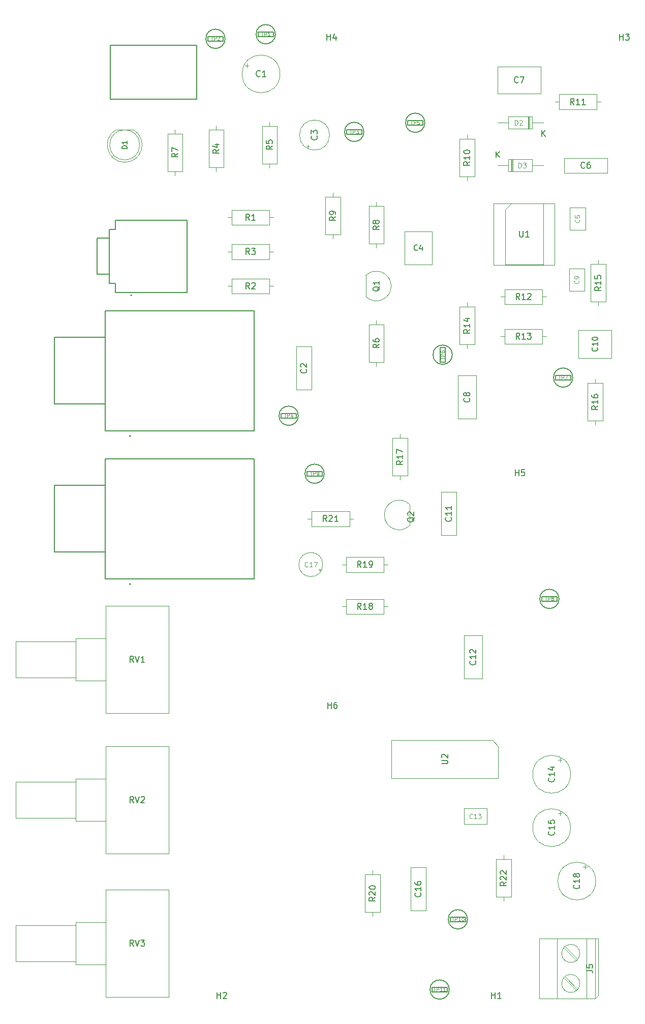
<source format=gbr>
G04 #@! TF.GenerationSoftware,KiCad,Pcbnew,(5.1.10-1-10_14)*
G04 #@! TF.CreationDate,2021-11-12T14:31:54-05:00*
G04 #@! TF.ProjectId,Guitar_Amp,47756974-6172-45f4-916d-702e6b696361,rev?*
G04 #@! TF.SameCoordinates,Original*
G04 #@! TF.FileFunction,Other,Fab,Top*
%FSLAX46Y46*%
G04 Gerber Fmt 4.6, Leading zero omitted, Abs format (unit mm)*
G04 Created by KiCad (PCBNEW (5.1.10-1-10_14)) date 2021-11-12 14:31:54*
%MOMM*%
%LPD*%
G01*
G04 APERTURE LIST*
%ADD10C,0.150000*%
%ADD11C,0.100000*%
%ADD12C,0.127000*%
%ADD13C,0.200000*%
%ADD14C,0.090000*%
%ADD15C,0.114000*%
%ADD16C,0.120000*%
%ADD17C,0.138000*%
G04 APERTURE END LIST*
D10*
X106446000Y-217024000D02*
X108946000Y-217024000D01*
X108946000Y-217024000D02*
X108946000Y-217824000D01*
X108946000Y-217824000D02*
X106446000Y-217824000D01*
X106446000Y-217824000D02*
X106446000Y-217024000D01*
X109296000Y-217424000D02*
G75*
G03*
X109296000Y-217424000I-1600000J0D01*
G01*
X109494000Y-205340000D02*
X111994000Y-205340000D01*
X111994000Y-205340000D02*
X111994000Y-206140000D01*
X111994000Y-206140000D02*
X109494000Y-206140000D01*
X109494000Y-206140000D02*
X109494000Y-205340000D01*
X112344000Y-205740000D02*
G75*
G03*
X112344000Y-205740000I-1600000J0D01*
G01*
X85618000Y-131172000D02*
X88118000Y-131172000D01*
X88118000Y-131172000D02*
X88118000Y-131972000D01*
X88118000Y-131972000D02*
X85618000Y-131972000D01*
X85618000Y-131972000D02*
X85618000Y-131172000D01*
X88468000Y-131572000D02*
G75*
G03*
X88468000Y-131572000I-1600000J0D01*
G01*
X124734000Y-152000000D02*
X127234000Y-152000000D01*
X127234000Y-152000000D02*
X127234000Y-152800000D01*
X127234000Y-152800000D02*
X124734000Y-152800000D01*
X124734000Y-152800000D02*
X124734000Y-152000000D01*
X127584000Y-152400000D02*
G75*
G03*
X127584000Y-152400000I-1600000J0D01*
G01*
X127020000Y-115170000D02*
X129520000Y-115170000D01*
X129520000Y-115170000D02*
X129520000Y-115970000D01*
X129520000Y-115970000D02*
X127020000Y-115970000D01*
X127020000Y-115970000D02*
X127020000Y-115170000D01*
X129870000Y-115570000D02*
G75*
G03*
X129870000Y-115570000I-1600000J0D01*
G01*
X108604000Y-110510000D02*
X108604000Y-113010000D01*
X108604000Y-113010000D02*
X107804000Y-113010000D01*
X107804000Y-113010000D02*
X107804000Y-110510000D01*
X107804000Y-110510000D02*
X108604000Y-110510000D01*
X109804000Y-111760000D02*
G75*
G03*
X109804000Y-111760000I-1600000J0D01*
G01*
X102382000Y-72752000D02*
X104882000Y-72752000D01*
X104882000Y-72752000D02*
X104882000Y-73552000D01*
X104882000Y-73552000D02*
X102382000Y-73552000D01*
X102382000Y-73552000D02*
X102382000Y-72752000D01*
X105232000Y-73152000D02*
G75*
G03*
X105232000Y-73152000I-1600000J0D01*
G01*
X81300000Y-121520000D02*
X83800000Y-121520000D01*
X83800000Y-121520000D02*
X83800000Y-122320000D01*
X83800000Y-122320000D02*
X81300000Y-122320000D01*
X81300000Y-122320000D02*
X81300000Y-121520000D01*
X84150000Y-121920000D02*
G75*
G03*
X84150000Y-121920000I-1600000J0D01*
G01*
X92222000Y-74276000D02*
X94722000Y-74276000D01*
X94722000Y-74276000D02*
X94722000Y-75076000D01*
X94722000Y-75076000D02*
X92222000Y-75076000D01*
X92222000Y-75076000D02*
X92222000Y-74276000D01*
X95072000Y-74676000D02*
G75*
G03*
X95072000Y-74676000I-1600000J0D01*
G01*
X69108000Y-58782000D02*
X71608000Y-58782000D01*
X71608000Y-58782000D02*
X71608000Y-59582000D01*
X71608000Y-59582000D02*
X69108000Y-59582000D01*
X69108000Y-59582000D02*
X69108000Y-58782000D01*
X71958000Y-59182000D02*
G75*
G03*
X71958000Y-59182000I-1600000J0D01*
G01*
X77490000Y-58020000D02*
X79990000Y-58020000D01*
X79990000Y-58020000D02*
X79990000Y-58820000D01*
X79990000Y-58820000D02*
X77490000Y-58820000D01*
X77490000Y-58820000D02*
X77490000Y-58020000D01*
X80340000Y-58420000D02*
G75*
G03*
X80340000Y-58420000I-1600000J0D01*
G01*
D11*
X129515000Y-190480000D02*
G75*
G03*
X129515000Y-190480000I-3150000J0D01*
G01*
X127738500Y-187786028D02*
X127738500Y-188416028D01*
X128053500Y-188101028D02*
X127423500Y-188101028D01*
X117344000Y-68290000D02*
X124544000Y-68290000D01*
X117344000Y-63790000D02*
X117344000Y-68290000D01*
X124544000Y-63790000D02*
X117344000Y-63790000D01*
X124544000Y-68290000D02*
X124544000Y-63790000D01*
X131856000Y-97394000D02*
X129256000Y-97394000D01*
X129256000Y-97394000D02*
X129256000Y-101194000D01*
X129256000Y-101194000D02*
X131856000Y-101194000D01*
X131856000Y-101194000D02*
X131856000Y-97394000D01*
X37080000Y-188848000D02*
X47080000Y-188848000D01*
X37080000Y-182848000D02*
X37080000Y-188848000D01*
X47080000Y-182848000D02*
X37080000Y-182848000D01*
X47080000Y-188848000D02*
X47080000Y-182848000D01*
X47080000Y-189348000D02*
X52080000Y-189348000D01*
X47080000Y-182348000D02*
X47080000Y-189348000D01*
X52080000Y-182348000D02*
X47080000Y-182348000D01*
X52080000Y-189348000D02*
X52080000Y-182348000D01*
X52080000Y-194798000D02*
X62580000Y-194798000D01*
X52080000Y-176898000D02*
X52080000Y-194798000D01*
X62580000Y-176898000D02*
X52080000Y-176898000D01*
X62580000Y-194798000D02*
X62580000Y-176898000D01*
D12*
X53666000Y-89377000D02*
X65666000Y-89377000D01*
X65666000Y-89377000D02*
X65666000Y-101377000D01*
X52666000Y-90877000D02*
X52666000Y-92377000D01*
X52666000Y-92377000D02*
X52666000Y-98377000D01*
X52666000Y-98377000D02*
X52666000Y-99877000D01*
X65666000Y-101377000D02*
X53666000Y-101377000D01*
D13*
X56408600Y-101857200D02*
G75*
G03*
X56408600Y-101857200I-100000J0D01*
G01*
D12*
X52666000Y-92377000D02*
X50666000Y-92377000D01*
X50666000Y-92377000D02*
X50666000Y-98377000D01*
X50666000Y-98377000D02*
X52666000Y-98377000D01*
X53666000Y-89377000D02*
X53666000Y-90877000D01*
X53666000Y-90877000D02*
X52666000Y-90877000D01*
X53666000Y-99877000D02*
X52666000Y-99877000D01*
X53666000Y-99877000D02*
X53666000Y-101377000D01*
D11*
X71735000Y-74320000D02*
X69235000Y-74320000D01*
X69235000Y-74320000D02*
X69235000Y-80620000D01*
X69235000Y-80620000D02*
X71735000Y-80620000D01*
X71735000Y-80620000D02*
X71735000Y-74320000D01*
X70485000Y-73660000D02*
X70485000Y-74320000D01*
X70485000Y-81280000D02*
X70485000Y-80620000D01*
X56714694Y-74335000D02*
X53775306Y-74335000D01*
X57745000Y-76835000D02*
G75*
G03*
X57745000Y-76835000I-2500000J0D01*
G01*
X53775334Y-74334984D02*
G75*
G03*
X56714694Y-74335000I1469666J-2500016D01*
G01*
X110470000Y-141816000D02*
X110470000Y-134616000D01*
X107970000Y-141816000D02*
X110470000Y-141816000D01*
X107970000Y-134616000D02*
X107970000Y-141816000D01*
X110470000Y-134616000D02*
X107970000Y-134616000D01*
X102890000Y-197100000D02*
X102890000Y-204300000D01*
X105390000Y-197100000D02*
X102890000Y-197100000D01*
X105390000Y-204300000D02*
X105390000Y-197100000D01*
X102890000Y-204300000D02*
X105390000Y-204300000D01*
X86340000Y-117606000D02*
X86340000Y-110406000D01*
X83840000Y-117606000D02*
X86340000Y-117606000D01*
X83840000Y-110406000D02*
X83840000Y-117606000D01*
X86340000Y-110406000D02*
X83840000Y-110406000D01*
X116475000Y-175895000D02*
X117475000Y-176895000D01*
X99695000Y-175895000D02*
X116475000Y-175895000D01*
X99695000Y-182245000D02*
X99695000Y-175895000D01*
X117475000Y-182245000D02*
X99695000Y-182245000D01*
X117475000Y-176895000D02*
X117475000Y-182245000D01*
X126873000Y-86554000D02*
X116713000Y-86554000D01*
X126873000Y-96834000D02*
X126873000Y-86554000D01*
X116713000Y-96834000D02*
X126873000Y-96834000D01*
X116713000Y-86554000D02*
X116713000Y-96834000D01*
X118618000Y-87614000D02*
X119618000Y-86614000D01*
X118618000Y-96774000D02*
X118618000Y-87614000D01*
X124968000Y-96774000D02*
X118618000Y-96774000D01*
X124968000Y-86614000D02*
X124968000Y-96774000D01*
X119618000Y-86614000D02*
X124968000Y-86614000D01*
X37080000Y-212724000D02*
X47080000Y-212724000D01*
X37080000Y-206724000D02*
X37080000Y-212724000D01*
X47080000Y-206724000D02*
X37080000Y-206724000D01*
X47080000Y-212724000D02*
X47080000Y-206724000D01*
X47080000Y-213224000D02*
X52080000Y-213224000D01*
X47080000Y-206224000D02*
X47080000Y-213224000D01*
X52080000Y-206224000D02*
X47080000Y-206224000D01*
X52080000Y-213224000D02*
X52080000Y-206224000D01*
X52080000Y-218674000D02*
X62580000Y-218674000D01*
X52080000Y-200774000D02*
X52080000Y-218674000D01*
X62580000Y-200774000D02*
X52080000Y-200774000D01*
X62580000Y-218674000D02*
X62580000Y-200774000D01*
X37080000Y-165480000D02*
X47080000Y-165480000D01*
X37080000Y-159480000D02*
X37080000Y-165480000D01*
X47080000Y-159480000D02*
X37080000Y-159480000D01*
X47080000Y-165480000D02*
X47080000Y-159480000D01*
X47080000Y-165980000D02*
X52080000Y-165980000D01*
X47080000Y-158980000D02*
X47080000Y-165980000D01*
X52080000Y-158980000D02*
X47080000Y-158980000D01*
X52080000Y-165980000D02*
X52080000Y-158980000D01*
X52080000Y-171430000D02*
X62580000Y-171430000D01*
X52080000Y-153530000D02*
X52080000Y-171430000D01*
X62580000Y-153530000D02*
X52080000Y-153530000D01*
X62580000Y-171430000D02*
X62580000Y-153530000D01*
X118364000Y-195072000D02*
X118364000Y-195732000D01*
X118364000Y-202692000D02*
X118364000Y-202032000D01*
X117114000Y-195732000D02*
X117114000Y-202032000D01*
X119614000Y-195732000D02*
X117114000Y-195732000D01*
X119614000Y-202032000D02*
X119614000Y-195732000D01*
X117114000Y-202032000D02*
X119614000Y-202032000D01*
X85725000Y-139065000D02*
X86385000Y-139065000D01*
X93345000Y-139065000D02*
X92685000Y-139065000D01*
X86385000Y-140315000D02*
X92685000Y-140315000D01*
X86385000Y-137815000D02*
X86385000Y-140315000D01*
X92685000Y-137815000D02*
X86385000Y-137815000D01*
X92685000Y-140315000D02*
X92685000Y-137815000D01*
X96520000Y-205232000D02*
X96520000Y-204572000D01*
X96520000Y-197612000D02*
X96520000Y-198272000D01*
X97770000Y-204572000D02*
X97770000Y-198272000D01*
X95270000Y-204572000D02*
X97770000Y-204572000D01*
X95270000Y-198272000D02*
X95270000Y-204572000D01*
X97770000Y-198272000D02*
X95270000Y-198272000D01*
X99060000Y-146685000D02*
X98400000Y-146685000D01*
X91440000Y-146685000D02*
X92100000Y-146685000D01*
X98400000Y-145435000D02*
X92100000Y-145435000D01*
X98400000Y-147935000D02*
X98400000Y-145435000D01*
X92100000Y-147935000D02*
X98400000Y-147935000D01*
X92100000Y-145435000D02*
X92100000Y-147935000D01*
X91440000Y-153670000D02*
X92100000Y-153670000D01*
X99060000Y-153670000D02*
X98400000Y-153670000D01*
X92100000Y-154920000D02*
X98400000Y-154920000D01*
X92100000Y-152420000D02*
X92100000Y-154920000D01*
X98400000Y-152420000D02*
X92100000Y-152420000D01*
X98400000Y-154920000D02*
X98400000Y-152420000D01*
X101092000Y-132588000D02*
X101092000Y-131928000D01*
X101092000Y-124968000D02*
X101092000Y-125628000D01*
X102342000Y-131928000D02*
X102342000Y-125628000D01*
X99842000Y-131928000D02*
X102342000Y-131928000D01*
X99842000Y-125628000D02*
X99842000Y-131928000D01*
X102342000Y-125628000D02*
X99842000Y-125628000D01*
X133604000Y-115824000D02*
X133604000Y-116484000D01*
X133604000Y-123444000D02*
X133604000Y-122784000D01*
X132354000Y-116484000D02*
X132354000Y-122784000D01*
X134854000Y-116484000D02*
X132354000Y-116484000D01*
X134854000Y-122784000D02*
X134854000Y-116484000D01*
X132354000Y-122784000D02*
X134854000Y-122784000D01*
X134112000Y-96012000D02*
X134112000Y-96672000D01*
X134112000Y-103632000D02*
X134112000Y-102972000D01*
X132862000Y-96672000D02*
X132862000Y-102972000D01*
X135362000Y-96672000D02*
X132862000Y-96672000D01*
X135362000Y-102972000D02*
X135362000Y-96672000D01*
X132862000Y-102972000D02*
X135362000Y-102972000D01*
X112268000Y-103124000D02*
X112268000Y-103784000D01*
X112268000Y-110744000D02*
X112268000Y-110084000D01*
X111018000Y-103784000D02*
X111018000Y-110084000D01*
X113518000Y-103784000D02*
X111018000Y-103784000D01*
X113518000Y-110084000D02*
X113518000Y-103784000D01*
X111018000Y-110084000D02*
X113518000Y-110084000D01*
X125476000Y-108712000D02*
X124816000Y-108712000D01*
X117856000Y-108712000D02*
X118516000Y-108712000D01*
X124816000Y-107462000D02*
X118516000Y-107462000D01*
X124816000Y-109962000D02*
X124816000Y-107462000D01*
X118516000Y-109962000D02*
X124816000Y-109962000D01*
X118516000Y-107462000D02*
X118516000Y-109962000D01*
X117856000Y-102108000D02*
X118516000Y-102108000D01*
X125476000Y-102108000D02*
X124816000Y-102108000D01*
X118516000Y-103358000D02*
X124816000Y-103358000D01*
X118516000Y-100858000D02*
X118516000Y-103358000D01*
X124816000Y-100858000D02*
X118516000Y-100858000D01*
X124816000Y-103358000D02*
X124816000Y-100858000D01*
X134543800Y-69672200D02*
X133883800Y-69672200D01*
X126923800Y-69672200D02*
X127583800Y-69672200D01*
X133883800Y-68422200D02*
X127583800Y-68422200D01*
X133883800Y-70922200D02*
X133883800Y-68422200D01*
X127583800Y-70922200D02*
X133883800Y-70922200D01*
X127583800Y-68422200D02*
X127583800Y-70922200D01*
X112268000Y-82804000D02*
X112268000Y-82144000D01*
X112268000Y-75184000D02*
X112268000Y-75844000D01*
X113518000Y-82144000D02*
X113518000Y-75844000D01*
X111018000Y-82144000D02*
X113518000Y-82144000D01*
X111018000Y-75844000D02*
X111018000Y-82144000D01*
X113518000Y-75844000D02*
X111018000Y-75844000D01*
X89916000Y-84836000D02*
X89916000Y-85496000D01*
X89916000Y-92456000D02*
X89916000Y-91796000D01*
X88666000Y-85496000D02*
X88666000Y-91796000D01*
X91166000Y-85496000D02*
X88666000Y-85496000D01*
X91166000Y-91796000D02*
X91166000Y-85496000D01*
X88666000Y-91796000D02*
X91166000Y-91796000D01*
X97155000Y-93980000D02*
X97155000Y-93320000D01*
X97155000Y-86360000D02*
X97155000Y-87020000D01*
X98405000Y-93320000D02*
X98405000Y-87020000D01*
X95905000Y-93320000D02*
X98405000Y-93320000D01*
X95905000Y-87020000D02*
X95905000Y-93320000D01*
X98405000Y-87020000D02*
X95905000Y-87020000D01*
X63627000Y-74295000D02*
X63627000Y-74955000D01*
X63627000Y-81915000D02*
X63627000Y-81255000D01*
X62377000Y-74955000D02*
X62377000Y-81255000D01*
X64877000Y-74955000D02*
X62377000Y-74955000D01*
X64877000Y-81255000D02*
X64877000Y-74955000D01*
X62377000Y-81255000D02*
X64877000Y-81255000D01*
X98405000Y-106705000D02*
X95905000Y-106705000D01*
X95905000Y-106705000D02*
X95905000Y-113005000D01*
X95905000Y-113005000D02*
X98405000Y-113005000D01*
X98405000Y-113005000D02*
X98405000Y-106705000D01*
X97155000Y-106045000D02*
X97155000Y-106705000D01*
X97155000Y-113665000D02*
X97155000Y-113005000D01*
X79375000Y-73025000D02*
X79375000Y-73685000D01*
X79375000Y-80645000D02*
X79375000Y-79985000D01*
X78125000Y-73685000D02*
X78125000Y-79985000D01*
X80625000Y-73685000D02*
X78125000Y-73685000D01*
X80625000Y-79985000D02*
X80625000Y-73685000D01*
X78125000Y-79985000D02*
X80625000Y-79985000D01*
X72390000Y-94615000D02*
X73050000Y-94615000D01*
X80010000Y-94615000D02*
X79350000Y-94615000D01*
X73050000Y-95865000D02*
X79350000Y-95865000D01*
X73050000Y-93365000D02*
X73050000Y-95865000D01*
X79350000Y-93365000D02*
X73050000Y-93365000D01*
X79350000Y-95865000D02*
X79350000Y-93365000D01*
X72390000Y-100330000D02*
X73050000Y-100330000D01*
X80010000Y-100330000D02*
X79350000Y-100330000D01*
X73050000Y-101580000D02*
X79350000Y-101580000D01*
X73050000Y-99080000D02*
X73050000Y-101580000D01*
X79350000Y-99080000D02*
X73050000Y-99080000D01*
X79350000Y-101580000D02*
X79350000Y-99080000D01*
X72390000Y-88900000D02*
X73050000Y-88900000D01*
X80010000Y-88900000D02*
X79350000Y-88900000D01*
X73050000Y-90150000D02*
X79350000Y-90150000D01*
X73050000Y-87650000D02*
X73050000Y-90150000D01*
X79350000Y-87650000D02*
X73050000Y-87650000D01*
X79350000Y-90150000D02*
X79350000Y-87650000D01*
X102715000Y-140200000D02*
X102715000Y-136700000D01*
X102718625Y-140183625D02*
G75*
G02*
X98485000Y-138430000I-1753625J1753625D01*
G01*
X102718625Y-136676375D02*
G75*
G03*
X98485000Y-138430000I-1753625J-1753625D01*
G01*
X95405000Y-98560000D02*
X95405000Y-102060000D01*
X95401375Y-98576375D02*
G75*
G02*
X99635000Y-100330000I1753625J-1753625D01*
G01*
X95401375Y-102083625D02*
G75*
G03*
X99635000Y-100330000I1753625J1753625D01*
G01*
X128402000Y-210453000D02*
X130495000Y-212545000D01*
X128585000Y-210270000D02*
X130678000Y-212362000D01*
X128402000Y-215453000D02*
X130495000Y-217546000D01*
X128585000Y-215270000D02*
X130678000Y-217363000D01*
X127240000Y-218908000D02*
X127240000Y-208908000D01*
X132140000Y-218908000D02*
X132140000Y-208908000D01*
X133640000Y-218908000D02*
X133640000Y-208908000D01*
X133640000Y-218908000D02*
X124340000Y-218908000D01*
X134140000Y-218408000D02*
X133640000Y-218908000D01*
X134140000Y-208908000D02*
X134140000Y-218408000D01*
X124340000Y-208908000D02*
X134140000Y-208908000D01*
X124340000Y-218908000D02*
X124340000Y-208908000D01*
X131040000Y-211408000D02*
G75*
G03*
X131040000Y-211408000I-1500000J0D01*
G01*
X131040000Y-216408000D02*
G75*
G03*
X131040000Y-216408000I-1500000J0D01*
G01*
D12*
X51963464Y-133508750D02*
X51963464Y-144621250D01*
D13*
X56223464Y-149945000D02*
G75*
G03*
X56223464Y-149945000I-100000J0D01*
G01*
D12*
X51963464Y-144621250D02*
X51963464Y-149065000D01*
X43563464Y-144621250D02*
X51963464Y-144621250D01*
X43563464Y-133508750D02*
X43563464Y-144621250D01*
X51963464Y-133508750D02*
X43563464Y-133508750D01*
X51963464Y-129065000D02*
X51963464Y-133508750D01*
X76763464Y-129065000D02*
X51963464Y-129065000D01*
X76763464Y-149065000D02*
X76763464Y-129065000D01*
X51963464Y-149065000D02*
X76763464Y-149065000D01*
X67248000Y-60270000D02*
X67248000Y-69270000D01*
X52848000Y-60270000D02*
X67248000Y-60270000D01*
X52848000Y-69270000D02*
X52848000Y-60270000D01*
X67248000Y-69270000D02*
X52848000Y-69270000D01*
X51963464Y-108870750D02*
X51963464Y-119983250D01*
D13*
X56223464Y-125307000D02*
G75*
G03*
X56223464Y-125307000I-100000J0D01*
G01*
D12*
X51963464Y-119983250D02*
X51963464Y-124427000D01*
X43563464Y-119983250D02*
X51963464Y-119983250D01*
X43563464Y-108870750D02*
X43563464Y-119983250D01*
X51963464Y-108870750D02*
X43563464Y-108870750D01*
X51963464Y-104427000D02*
X51963464Y-108870750D01*
X76763464Y-104427000D02*
X51963464Y-104427000D01*
X76763464Y-124427000D02*
X76763464Y-104427000D01*
X51963464Y-124427000D02*
X76763464Y-124427000D01*
D11*
X119658000Y-79264000D02*
X119658000Y-81264000D01*
X119858000Y-79264000D02*
X119858000Y-81264000D01*
X119758000Y-79264000D02*
X119758000Y-81264000D01*
X124968000Y-80264000D02*
X123158000Y-80264000D01*
X117348000Y-80264000D02*
X119158000Y-80264000D01*
X123158000Y-79264000D02*
X119158000Y-79264000D01*
X123158000Y-81264000D02*
X123158000Y-79264000D01*
X119158000Y-81264000D02*
X123158000Y-81264000D01*
X119158000Y-79264000D02*
X119158000Y-81264000D01*
X122658000Y-74152000D02*
X122658000Y-72152000D01*
X122458000Y-74152000D02*
X122458000Y-72152000D01*
X122558000Y-74152000D02*
X122558000Y-72152000D01*
X117348000Y-73152000D02*
X119158000Y-73152000D01*
X124968000Y-73152000D02*
X123158000Y-73152000D01*
X119158000Y-74152000D02*
X123158000Y-74152000D01*
X119158000Y-72152000D02*
X119158000Y-74152000D01*
X123158000Y-72152000D02*
X119158000Y-72152000D01*
X123158000Y-74152000D02*
X123158000Y-72152000D01*
X132244500Y-196991028D02*
X131614500Y-196991028D01*
X131929500Y-196676028D02*
X131929500Y-197306028D01*
X133706000Y-199370000D02*
G75*
G03*
X133706000Y-199370000I-3150000J0D01*
G01*
X87747554Y-147752500D02*
X87747554Y-147352500D01*
X87947554Y-147552500D02*
X87547554Y-147552500D01*
X88245000Y-146685000D02*
G75*
G03*
X88245000Y-146685000I-2000000J0D01*
G01*
X128053500Y-179211028D02*
X127423500Y-179211028D01*
X127738500Y-178896028D02*
X127738500Y-179526028D01*
X129515000Y-181590000D02*
G75*
G03*
X129515000Y-181590000I-3150000J0D01*
G01*
X115545000Y-187295000D02*
X111745000Y-187295000D01*
X115545000Y-189895000D02*
X115545000Y-187295000D01*
X111745000Y-189895000D02*
X115545000Y-189895000D01*
X111745000Y-187295000D02*
X111745000Y-189895000D01*
X111784000Y-158492000D02*
X111784000Y-165692000D01*
X114784000Y-158492000D02*
X111784000Y-158492000D01*
X114784000Y-165692000D02*
X114784000Y-158492000D01*
X111784000Y-165692000D02*
X114784000Y-165692000D01*
X130854000Y-107702000D02*
X130854000Y-112302000D01*
X136354000Y-107702000D02*
X130854000Y-107702000D01*
X136354000Y-112302000D02*
X136354000Y-107702000D01*
X130854000Y-112302000D02*
X136354000Y-112302000D01*
X113768000Y-122432000D02*
X113768000Y-115232000D01*
X110768000Y-122432000D02*
X113768000Y-122432000D01*
X110768000Y-115232000D02*
X110768000Y-122432000D01*
X113768000Y-115232000D02*
X110768000Y-115232000D01*
X135640000Y-79014000D02*
X128440000Y-79014000D01*
X135640000Y-81514000D02*
X135640000Y-79014000D01*
X128440000Y-81514000D02*
X135640000Y-81514000D01*
X128440000Y-79014000D02*
X128440000Y-81514000D01*
X131983000Y-91034000D02*
X131983000Y-87234000D01*
X129383000Y-91034000D02*
X131983000Y-91034000D01*
X129383000Y-87234000D02*
X129383000Y-91034000D01*
X131983000Y-87234000D02*
X129383000Y-87234000D01*
X101860000Y-96730000D02*
X106460000Y-96730000D01*
X101860000Y-91230000D02*
X101860000Y-96730000D01*
X106460000Y-91230000D02*
X101860000Y-91230000D01*
X106460000Y-96730000D02*
X106460000Y-91230000D01*
X85530500Y-77083605D02*
X86030500Y-77083605D01*
X85780500Y-77333605D02*
X85780500Y-76833605D01*
X89368000Y-75200000D02*
G75*
G03*
X89368000Y-75200000I-2500000J0D01*
G01*
X75579028Y-63335500D02*
X75579028Y-63965500D01*
X75264028Y-63650500D02*
X75894028Y-63650500D01*
X81108000Y-65024000D02*
G75*
G03*
X81108000Y-65024000I-3150000J0D01*
G01*
D14*
X106653142Y-217095428D02*
X106996000Y-217095428D01*
X106824571Y-217695428D02*
X106824571Y-217095428D01*
X107196000Y-217695428D02*
X107196000Y-217095428D01*
X107424571Y-217095428D01*
X107481714Y-217124000D01*
X107510285Y-217152571D01*
X107538857Y-217209714D01*
X107538857Y-217295428D01*
X107510285Y-217352571D01*
X107481714Y-217381142D01*
X107424571Y-217409714D01*
X107196000Y-217409714D01*
X108110285Y-217695428D02*
X107767428Y-217695428D01*
X107938857Y-217695428D02*
X107938857Y-217095428D01*
X107881714Y-217181142D01*
X107824571Y-217238285D01*
X107767428Y-217266857D01*
X108681714Y-217695428D02*
X108338857Y-217695428D01*
X108510285Y-217695428D02*
X108510285Y-217095428D01*
X108453142Y-217181142D01*
X108396000Y-217238285D01*
X108338857Y-217266857D01*
X109701142Y-205411428D02*
X110044000Y-205411428D01*
X109872571Y-206011428D02*
X109872571Y-205411428D01*
X110244000Y-206011428D02*
X110244000Y-205411428D01*
X110472571Y-205411428D01*
X110529714Y-205440000D01*
X110558285Y-205468571D01*
X110586857Y-205525714D01*
X110586857Y-205611428D01*
X110558285Y-205668571D01*
X110529714Y-205697142D01*
X110472571Y-205725714D01*
X110244000Y-205725714D01*
X111158285Y-206011428D02*
X110815428Y-206011428D01*
X110986857Y-206011428D02*
X110986857Y-205411428D01*
X110929714Y-205497142D01*
X110872571Y-205554285D01*
X110815428Y-205582857D01*
X111529714Y-205411428D02*
X111586857Y-205411428D01*
X111644000Y-205440000D01*
X111672571Y-205468571D01*
X111701142Y-205525714D01*
X111729714Y-205640000D01*
X111729714Y-205782857D01*
X111701142Y-205897142D01*
X111672571Y-205954285D01*
X111644000Y-205982857D01*
X111586857Y-206011428D01*
X111529714Y-206011428D01*
X111472571Y-205982857D01*
X111444000Y-205954285D01*
X111415428Y-205897142D01*
X111386857Y-205782857D01*
X111386857Y-205640000D01*
X111415428Y-205525714D01*
X111444000Y-205468571D01*
X111472571Y-205440000D01*
X111529714Y-205411428D01*
X86110857Y-131243428D02*
X86453714Y-131243428D01*
X86282285Y-131843428D02*
X86282285Y-131243428D01*
X86653714Y-131843428D02*
X86653714Y-131243428D01*
X86882285Y-131243428D01*
X86939428Y-131272000D01*
X86968000Y-131300571D01*
X86996571Y-131357714D01*
X86996571Y-131443428D01*
X86968000Y-131500571D01*
X86939428Y-131529142D01*
X86882285Y-131557714D01*
X86653714Y-131557714D01*
X87282285Y-131843428D02*
X87396571Y-131843428D01*
X87453714Y-131814857D01*
X87482285Y-131786285D01*
X87539428Y-131700571D01*
X87568000Y-131586285D01*
X87568000Y-131357714D01*
X87539428Y-131300571D01*
X87510857Y-131272000D01*
X87453714Y-131243428D01*
X87339428Y-131243428D01*
X87282285Y-131272000D01*
X87253714Y-131300571D01*
X87225142Y-131357714D01*
X87225142Y-131500571D01*
X87253714Y-131557714D01*
X87282285Y-131586285D01*
X87339428Y-131614857D01*
X87453714Y-131614857D01*
X87510857Y-131586285D01*
X87539428Y-131557714D01*
X87568000Y-131500571D01*
X125226857Y-152071428D02*
X125569714Y-152071428D01*
X125398285Y-152671428D02*
X125398285Y-152071428D01*
X125769714Y-152671428D02*
X125769714Y-152071428D01*
X125998285Y-152071428D01*
X126055428Y-152100000D01*
X126084000Y-152128571D01*
X126112571Y-152185714D01*
X126112571Y-152271428D01*
X126084000Y-152328571D01*
X126055428Y-152357142D01*
X125998285Y-152385714D01*
X125769714Y-152385714D01*
X126455428Y-152328571D02*
X126398285Y-152300000D01*
X126369714Y-152271428D01*
X126341142Y-152214285D01*
X126341142Y-152185714D01*
X126369714Y-152128571D01*
X126398285Y-152100000D01*
X126455428Y-152071428D01*
X126569714Y-152071428D01*
X126626857Y-152100000D01*
X126655428Y-152128571D01*
X126684000Y-152185714D01*
X126684000Y-152214285D01*
X126655428Y-152271428D01*
X126626857Y-152300000D01*
X126569714Y-152328571D01*
X126455428Y-152328571D01*
X126398285Y-152357142D01*
X126369714Y-152385714D01*
X126341142Y-152442857D01*
X126341142Y-152557142D01*
X126369714Y-152614285D01*
X126398285Y-152642857D01*
X126455428Y-152671428D01*
X126569714Y-152671428D01*
X126626857Y-152642857D01*
X126655428Y-152614285D01*
X126684000Y-152557142D01*
X126684000Y-152442857D01*
X126655428Y-152385714D01*
X126626857Y-152357142D01*
X126569714Y-152328571D01*
X127512857Y-115241428D02*
X127855714Y-115241428D01*
X127684285Y-115841428D02*
X127684285Y-115241428D01*
X128055714Y-115841428D02*
X128055714Y-115241428D01*
X128284285Y-115241428D01*
X128341428Y-115270000D01*
X128370000Y-115298571D01*
X128398571Y-115355714D01*
X128398571Y-115441428D01*
X128370000Y-115498571D01*
X128341428Y-115527142D01*
X128284285Y-115555714D01*
X128055714Y-115555714D01*
X128598571Y-115241428D02*
X128998571Y-115241428D01*
X128741428Y-115841428D01*
X107875428Y-112517142D02*
X107875428Y-112174285D01*
X108475428Y-112345714D02*
X107875428Y-112345714D01*
X108475428Y-111974285D02*
X107875428Y-111974285D01*
X107875428Y-111745714D01*
X107904000Y-111688571D01*
X107932571Y-111660000D01*
X107989714Y-111631428D01*
X108075428Y-111631428D01*
X108132571Y-111660000D01*
X108161142Y-111688571D01*
X108189714Y-111745714D01*
X108189714Y-111974285D01*
X107875428Y-111117142D02*
X107875428Y-111231428D01*
X107904000Y-111288571D01*
X107932571Y-111317142D01*
X108018285Y-111374285D01*
X108132571Y-111402857D01*
X108361142Y-111402857D01*
X108418285Y-111374285D01*
X108446857Y-111345714D01*
X108475428Y-111288571D01*
X108475428Y-111174285D01*
X108446857Y-111117142D01*
X108418285Y-111088571D01*
X108361142Y-111060000D01*
X108218285Y-111060000D01*
X108161142Y-111088571D01*
X108132571Y-111117142D01*
X108104000Y-111174285D01*
X108104000Y-111288571D01*
X108132571Y-111345714D01*
X108161142Y-111374285D01*
X108218285Y-111402857D01*
X102874857Y-72823428D02*
X103217714Y-72823428D01*
X103046285Y-73423428D02*
X103046285Y-72823428D01*
X103417714Y-73423428D02*
X103417714Y-72823428D01*
X103646285Y-72823428D01*
X103703428Y-72852000D01*
X103732000Y-72880571D01*
X103760571Y-72937714D01*
X103760571Y-73023428D01*
X103732000Y-73080571D01*
X103703428Y-73109142D01*
X103646285Y-73137714D01*
X103417714Y-73137714D01*
X104303428Y-72823428D02*
X104017714Y-72823428D01*
X103989142Y-73109142D01*
X104017714Y-73080571D01*
X104074857Y-73052000D01*
X104217714Y-73052000D01*
X104274857Y-73080571D01*
X104303428Y-73109142D01*
X104332000Y-73166285D01*
X104332000Y-73309142D01*
X104303428Y-73366285D01*
X104274857Y-73394857D01*
X104217714Y-73423428D01*
X104074857Y-73423428D01*
X104017714Y-73394857D01*
X103989142Y-73366285D01*
X81792857Y-121591428D02*
X82135714Y-121591428D01*
X81964285Y-122191428D02*
X81964285Y-121591428D01*
X82335714Y-122191428D02*
X82335714Y-121591428D01*
X82564285Y-121591428D01*
X82621428Y-121620000D01*
X82650000Y-121648571D01*
X82678571Y-121705714D01*
X82678571Y-121791428D01*
X82650000Y-121848571D01*
X82621428Y-121877142D01*
X82564285Y-121905714D01*
X82335714Y-121905714D01*
X83192857Y-121791428D02*
X83192857Y-122191428D01*
X83050000Y-121562857D02*
X82907142Y-121991428D01*
X83278571Y-121991428D01*
X92714857Y-74347428D02*
X93057714Y-74347428D01*
X92886285Y-74947428D02*
X92886285Y-74347428D01*
X93257714Y-74947428D02*
X93257714Y-74347428D01*
X93486285Y-74347428D01*
X93543428Y-74376000D01*
X93572000Y-74404571D01*
X93600571Y-74461714D01*
X93600571Y-74547428D01*
X93572000Y-74604571D01*
X93543428Y-74633142D01*
X93486285Y-74661714D01*
X93257714Y-74661714D01*
X93800571Y-74347428D02*
X94172000Y-74347428D01*
X93972000Y-74576000D01*
X94057714Y-74576000D01*
X94114857Y-74604571D01*
X94143428Y-74633142D01*
X94172000Y-74690285D01*
X94172000Y-74833142D01*
X94143428Y-74890285D01*
X94114857Y-74918857D01*
X94057714Y-74947428D01*
X93886285Y-74947428D01*
X93829142Y-74918857D01*
X93800571Y-74890285D01*
X69600857Y-58853428D02*
X69943714Y-58853428D01*
X69772285Y-59453428D02*
X69772285Y-58853428D01*
X70143714Y-59453428D02*
X70143714Y-58853428D01*
X70372285Y-58853428D01*
X70429428Y-58882000D01*
X70458000Y-58910571D01*
X70486571Y-58967714D01*
X70486571Y-59053428D01*
X70458000Y-59110571D01*
X70429428Y-59139142D01*
X70372285Y-59167714D01*
X70143714Y-59167714D01*
X70715142Y-58910571D02*
X70743714Y-58882000D01*
X70800857Y-58853428D01*
X70943714Y-58853428D01*
X71000857Y-58882000D01*
X71029428Y-58910571D01*
X71058000Y-58967714D01*
X71058000Y-59024857D01*
X71029428Y-59110571D01*
X70686571Y-59453428D01*
X71058000Y-59453428D01*
X77982857Y-58091428D02*
X78325714Y-58091428D01*
X78154285Y-58691428D02*
X78154285Y-58091428D01*
X78525714Y-58691428D02*
X78525714Y-58091428D01*
X78754285Y-58091428D01*
X78811428Y-58120000D01*
X78840000Y-58148571D01*
X78868571Y-58205714D01*
X78868571Y-58291428D01*
X78840000Y-58348571D01*
X78811428Y-58377142D01*
X78754285Y-58405714D01*
X78525714Y-58405714D01*
X79440000Y-58691428D02*
X79097142Y-58691428D01*
X79268571Y-58691428D02*
X79268571Y-58091428D01*
X79211428Y-58177142D01*
X79154285Y-58234285D01*
X79097142Y-58262857D01*
D10*
X89073095Y-170632380D02*
X89073095Y-169632380D01*
X89073095Y-170108571D02*
X89644523Y-170108571D01*
X89644523Y-170632380D02*
X89644523Y-169632380D01*
X90549285Y-169632380D02*
X90358809Y-169632380D01*
X90263571Y-169680000D01*
X90215952Y-169727619D01*
X90120714Y-169870476D01*
X90073095Y-170060952D01*
X90073095Y-170441904D01*
X90120714Y-170537142D01*
X90168333Y-170584761D01*
X90263571Y-170632380D01*
X90454047Y-170632380D01*
X90549285Y-170584761D01*
X90596904Y-170537142D01*
X90644523Y-170441904D01*
X90644523Y-170203809D01*
X90596904Y-170108571D01*
X90549285Y-170060952D01*
X90454047Y-170013333D01*
X90263571Y-170013333D01*
X90168333Y-170060952D01*
X90120714Y-170108571D01*
X90073095Y-170203809D01*
X120315095Y-131897380D02*
X120315095Y-130897380D01*
X120315095Y-131373571D02*
X120886523Y-131373571D01*
X120886523Y-131897380D02*
X120886523Y-130897380D01*
X121838904Y-130897380D02*
X121362714Y-130897380D01*
X121315095Y-131373571D01*
X121362714Y-131325952D01*
X121457952Y-131278333D01*
X121696047Y-131278333D01*
X121791285Y-131325952D01*
X121838904Y-131373571D01*
X121886523Y-131468809D01*
X121886523Y-131706904D01*
X121838904Y-131802142D01*
X121791285Y-131849761D01*
X121696047Y-131897380D01*
X121457952Y-131897380D01*
X121362714Y-131849761D01*
X121315095Y-131802142D01*
X126722142Y-191122857D02*
X126769761Y-191170476D01*
X126817380Y-191313333D01*
X126817380Y-191408571D01*
X126769761Y-191551428D01*
X126674523Y-191646666D01*
X126579285Y-191694285D01*
X126388809Y-191741904D01*
X126245952Y-191741904D01*
X126055476Y-191694285D01*
X125960238Y-191646666D01*
X125865000Y-191551428D01*
X125817380Y-191408571D01*
X125817380Y-191313333D01*
X125865000Y-191170476D01*
X125912619Y-191122857D01*
X126817380Y-190170476D02*
X126817380Y-190741904D01*
X126817380Y-190456190D02*
X125817380Y-190456190D01*
X125960238Y-190551428D01*
X126055476Y-190646666D01*
X126103095Y-190741904D01*
X125817380Y-189265714D02*
X125817380Y-189741904D01*
X126293571Y-189789523D01*
X126245952Y-189741904D01*
X126198333Y-189646666D01*
X126198333Y-189408571D01*
X126245952Y-189313333D01*
X126293571Y-189265714D01*
X126388809Y-189218095D01*
X126626904Y-189218095D01*
X126722142Y-189265714D01*
X126769761Y-189313333D01*
X126817380Y-189408571D01*
X126817380Y-189646666D01*
X126769761Y-189741904D01*
X126722142Y-189789523D01*
X120777333Y-66397142D02*
X120729714Y-66444761D01*
X120586857Y-66492380D01*
X120491619Y-66492380D01*
X120348761Y-66444761D01*
X120253523Y-66349523D01*
X120205904Y-66254285D01*
X120158285Y-66063809D01*
X120158285Y-65920952D01*
X120205904Y-65730476D01*
X120253523Y-65635238D01*
X120348761Y-65540000D01*
X120491619Y-65492380D01*
X120586857Y-65492380D01*
X120729714Y-65540000D01*
X120777333Y-65587619D01*
X121110666Y-65492380D02*
X121777333Y-65492380D01*
X121348761Y-66492380D01*
D15*
X130827428Y-99420666D02*
X130863619Y-99456857D01*
X130899809Y-99565428D01*
X130899809Y-99637809D01*
X130863619Y-99746380D01*
X130791238Y-99818761D01*
X130718857Y-99854952D01*
X130574095Y-99891142D01*
X130465523Y-99891142D01*
X130320761Y-99854952D01*
X130248380Y-99818761D01*
X130176000Y-99746380D01*
X130139809Y-99637809D01*
X130139809Y-99565428D01*
X130176000Y-99456857D01*
X130212190Y-99420666D01*
X130899809Y-99058761D02*
X130899809Y-98914000D01*
X130863619Y-98841619D01*
X130827428Y-98805428D01*
X130718857Y-98733047D01*
X130574095Y-98696857D01*
X130284571Y-98696857D01*
X130212190Y-98733047D01*
X130176000Y-98769238D01*
X130139809Y-98841619D01*
X130139809Y-98986380D01*
X130176000Y-99058761D01*
X130212190Y-99094952D01*
X130284571Y-99131142D01*
X130465523Y-99131142D01*
X130537904Y-99094952D01*
X130574095Y-99058761D01*
X130610285Y-98986380D01*
X130610285Y-98841619D01*
X130574095Y-98769238D01*
X130537904Y-98733047D01*
X130465523Y-98696857D01*
D10*
X56734761Y-186300380D02*
X56401428Y-185824190D01*
X56163333Y-186300380D02*
X56163333Y-185300380D01*
X56544285Y-185300380D01*
X56639523Y-185348000D01*
X56687142Y-185395619D01*
X56734761Y-185490857D01*
X56734761Y-185633714D01*
X56687142Y-185728952D01*
X56639523Y-185776571D01*
X56544285Y-185824190D01*
X56163333Y-185824190D01*
X57020476Y-185300380D02*
X57353809Y-186300380D01*
X57687142Y-185300380D01*
X57972857Y-185395619D02*
X58020476Y-185348000D01*
X58115714Y-185300380D01*
X58353809Y-185300380D01*
X58449047Y-185348000D01*
X58496666Y-185395619D01*
X58544285Y-185490857D01*
X58544285Y-185586095D01*
X58496666Y-185728952D01*
X57925238Y-186300380D01*
X58544285Y-186300380D01*
X70937380Y-77636666D02*
X70461190Y-77970000D01*
X70937380Y-78208095D02*
X69937380Y-78208095D01*
X69937380Y-77827142D01*
X69985000Y-77731904D01*
X70032619Y-77684285D01*
X70127857Y-77636666D01*
X70270714Y-77636666D01*
X70365952Y-77684285D01*
X70413571Y-77731904D01*
X70461190Y-77827142D01*
X70461190Y-78208095D01*
X70270714Y-76779523D02*
X70937380Y-76779523D01*
X69889761Y-77017619D02*
X70604047Y-77255714D01*
X70604047Y-76636666D01*
D13*
X55606904Y-77405476D02*
X54806904Y-77405476D01*
X54806904Y-77215000D01*
X54845000Y-77100714D01*
X54921190Y-77024523D01*
X54997380Y-76986428D01*
X55149761Y-76948333D01*
X55264047Y-76948333D01*
X55416428Y-76986428D01*
X55492619Y-77024523D01*
X55568809Y-77100714D01*
X55606904Y-77215000D01*
X55606904Y-77405476D01*
X55606904Y-76186428D02*
X55606904Y-76643571D01*
X55606904Y-76415000D02*
X54806904Y-76415000D01*
X54921190Y-76491190D01*
X54997380Y-76567380D01*
X55035476Y-76643571D01*
D10*
X109577142Y-138858857D02*
X109624761Y-138906476D01*
X109672380Y-139049333D01*
X109672380Y-139144571D01*
X109624761Y-139287428D01*
X109529523Y-139382666D01*
X109434285Y-139430285D01*
X109243809Y-139477904D01*
X109100952Y-139477904D01*
X108910476Y-139430285D01*
X108815238Y-139382666D01*
X108720000Y-139287428D01*
X108672380Y-139144571D01*
X108672380Y-139049333D01*
X108720000Y-138906476D01*
X108767619Y-138858857D01*
X109672380Y-137906476D02*
X109672380Y-138477904D01*
X109672380Y-138192190D02*
X108672380Y-138192190D01*
X108815238Y-138287428D01*
X108910476Y-138382666D01*
X108958095Y-138477904D01*
X109672380Y-136954095D02*
X109672380Y-137525523D01*
X109672380Y-137239809D02*
X108672380Y-137239809D01*
X108815238Y-137335047D01*
X108910476Y-137430285D01*
X108958095Y-137525523D01*
X104497142Y-201342857D02*
X104544761Y-201390476D01*
X104592380Y-201533333D01*
X104592380Y-201628571D01*
X104544761Y-201771428D01*
X104449523Y-201866666D01*
X104354285Y-201914285D01*
X104163809Y-201961904D01*
X104020952Y-201961904D01*
X103830476Y-201914285D01*
X103735238Y-201866666D01*
X103640000Y-201771428D01*
X103592380Y-201628571D01*
X103592380Y-201533333D01*
X103640000Y-201390476D01*
X103687619Y-201342857D01*
X104592380Y-200390476D02*
X104592380Y-200961904D01*
X104592380Y-200676190D02*
X103592380Y-200676190D01*
X103735238Y-200771428D01*
X103830476Y-200866666D01*
X103878095Y-200961904D01*
X103592380Y-199533333D02*
X103592380Y-199723809D01*
X103640000Y-199819047D01*
X103687619Y-199866666D01*
X103830476Y-199961904D01*
X104020952Y-200009523D01*
X104401904Y-200009523D01*
X104497142Y-199961904D01*
X104544761Y-199914285D01*
X104592380Y-199819047D01*
X104592380Y-199628571D01*
X104544761Y-199533333D01*
X104497142Y-199485714D01*
X104401904Y-199438095D01*
X104163809Y-199438095D01*
X104068571Y-199485714D01*
X104020952Y-199533333D01*
X103973333Y-199628571D01*
X103973333Y-199819047D01*
X104020952Y-199914285D01*
X104068571Y-199961904D01*
X104163809Y-200009523D01*
X85447142Y-114172666D02*
X85494761Y-114220285D01*
X85542380Y-114363142D01*
X85542380Y-114458380D01*
X85494761Y-114601238D01*
X85399523Y-114696476D01*
X85304285Y-114744095D01*
X85113809Y-114791714D01*
X84970952Y-114791714D01*
X84780476Y-114744095D01*
X84685238Y-114696476D01*
X84590000Y-114601238D01*
X84542380Y-114458380D01*
X84542380Y-114363142D01*
X84590000Y-114220285D01*
X84637619Y-114172666D01*
X84637619Y-113791714D02*
X84590000Y-113744095D01*
X84542380Y-113648857D01*
X84542380Y-113410761D01*
X84590000Y-113315523D01*
X84637619Y-113267904D01*
X84732857Y-113220285D01*
X84828095Y-113220285D01*
X84970952Y-113267904D01*
X85542380Y-113839333D01*
X85542380Y-113220285D01*
X108037380Y-179831904D02*
X108846904Y-179831904D01*
X108942142Y-179784285D01*
X108989761Y-179736666D01*
X109037380Y-179641428D01*
X109037380Y-179450952D01*
X108989761Y-179355714D01*
X108942142Y-179308095D01*
X108846904Y-179260476D01*
X108037380Y-179260476D01*
X108132619Y-178831904D02*
X108085000Y-178784285D01*
X108037380Y-178689047D01*
X108037380Y-178450952D01*
X108085000Y-178355714D01*
X108132619Y-178308095D01*
X108227857Y-178260476D01*
X108323095Y-178260476D01*
X108465952Y-178308095D01*
X109037380Y-178879523D01*
X109037380Y-178260476D01*
X121031095Y-91146380D02*
X121031095Y-91955904D01*
X121078714Y-92051142D01*
X121126333Y-92098761D01*
X121221571Y-92146380D01*
X121412047Y-92146380D01*
X121507285Y-92098761D01*
X121554904Y-92051142D01*
X121602523Y-91955904D01*
X121602523Y-91146380D01*
X122602523Y-92146380D02*
X122031095Y-92146380D01*
X122316809Y-92146380D02*
X122316809Y-91146380D01*
X122221571Y-91289238D01*
X122126333Y-91384476D01*
X122031095Y-91432095D01*
X56734761Y-210176380D02*
X56401428Y-209700190D01*
X56163333Y-210176380D02*
X56163333Y-209176380D01*
X56544285Y-209176380D01*
X56639523Y-209224000D01*
X56687142Y-209271619D01*
X56734761Y-209366857D01*
X56734761Y-209509714D01*
X56687142Y-209604952D01*
X56639523Y-209652571D01*
X56544285Y-209700190D01*
X56163333Y-209700190D01*
X57020476Y-209176380D02*
X57353809Y-210176380D01*
X57687142Y-209176380D01*
X57925238Y-209176380D02*
X58544285Y-209176380D01*
X58210952Y-209557333D01*
X58353809Y-209557333D01*
X58449047Y-209604952D01*
X58496666Y-209652571D01*
X58544285Y-209747809D01*
X58544285Y-209985904D01*
X58496666Y-210081142D01*
X58449047Y-210128761D01*
X58353809Y-210176380D01*
X58068095Y-210176380D01*
X57972857Y-210128761D01*
X57925238Y-210081142D01*
X56734761Y-162932380D02*
X56401428Y-162456190D01*
X56163333Y-162932380D02*
X56163333Y-161932380D01*
X56544285Y-161932380D01*
X56639523Y-161980000D01*
X56687142Y-162027619D01*
X56734761Y-162122857D01*
X56734761Y-162265714D01*
X56687142Y-162360952D01*
X56639523Y-162408571D01*
X56544285Y-162456190D01*
X56163333Y-162456190D01*
X57020476Y-161932380D02*
X57353809Y-162932380D01*
X57687142Y-161932380D01*
X58544285Y-162932380D02*
X57972857Y-162932380D01*
X58258571Y-162932380D02*
X58258571Y-161932380D01*
X58163333Y-162075238D01*
X58068095Y-162170476D01*
X57972857Y-162218095D01*
X118816380Y-199524857D02*
X118340190Y-199858190D01*
X118816380Y-200096285D02*
X117816380Y-200096285D01*
X117816380Y-199715333D01*
X117864000Y-199620095D01*
X117911619Y-199572476D01*
X118006857Y-199524857D01*
X118149714Y-199524857D01*
X118244952Y-199572476D01*
X118292571Y-199620095D01*
X118340190Y-199715333D01*
X118340190Y-200096285D01*
X117911619Y-199143904D02*
X117864000Y-199096285D01*
X117816380Y-199001047D01*
X117816380Y-198762952D01*
X117864000Y-198667714D01*
X117911619Y-198620095D01*
X118006857Y-198572476D01*
X118102095Y-198572476D01*
X118244952Y-198620095D01*
X118816380Y-199191523D01*
X118816380Y-198572476D01*
X117911619Y-198191523D02*
X117864000Y-198143904D01*
X117816380Y-198048666D01*
X117816380Y-197810571D01*
X117864000Y-197715333D01*
X117911619Y-197667714D01*
X118006857Y-197620095D01*
X118102095Y-197620095D01*
X118244952Y-197667714D01*
X118816380Y-198239142D01*
X118816380Y-197620095D01*
X88892142Y-139517380D02*
X88558809Y-139041190D01*
X88320714Y-139517380D02*
X88320714Y-138517380D01*
X88701666Y-138517380D01*
X88796904Y-138565000D01*
X88844523Y-138612619D01*
X88892142Y-138707857D01*
X88892142Y-138850714D01*
X88844523Y-138945952D01*
X88796904Y-138993571D01*
X88701666Y-139041190D01*
X88320714Y-139041190D01*
X89273095Y-138612619D02*
X89320714Y-138565000D01*
X89415952Y-138517380D01*
X89654047Y-138517380D01*
X89749285Y-138565000D01*
X89796904Y-138612619D01*
X89844523Y-138707857D01*
X89844523Y-138803095D01*
X89796904Y-138945952D01*
X89225476Y-139517380D01*
X89844523Y-139517380D01*
X90796904Y-139517380D02*
X90225476Y-139517380D01*
X90511190Y-139517380D02*
X90511190Y-138517380D01*
X90415952Y-138660238D01*
X90320714Y-138755476D01*
X90225476Y-138803095D01*
X96972380Y-202064857D02*
X96496190Y-202398190D01*
X96972380Y-202636285D02*
X95972380Y-202636285D01*
X95972380Y-202255333D01*
X96020000Y-202160095D01*
X96067619Y-202112476D01*
X96162857Y-202064857D01*
X96305714Y-202064857D01*
X96400952Y-202112476D01*
X96448571Y-202160095D01*
X96496190Y-202255333D01*
X96496190Y-202636285D01*
X96067619Y-201683904D02*
X96020000Y-201636285D01*
X95972380Y-201541047D01*
X95972380Y-201302952D01*
X96020000Y-201207714D01*
X96067619Y-201160095D01*
X96162857Y-201112476D01*
X96258095Y-201112476D01*
X96400952Y-201160095D01*
X96972380Y-201731523D01*
X96972380Y-201112476D01*
X95972380Y-200493428D02*
X95972380Y-200398190D01*
X96020000Y-200302952D01*
X96067619Y-200255333D01*
X96162857Y-200207714D01*
X96353333Y-200160095D01*
X96591428Y-200160095D01*
X96781904Y-200207714D01*
X96877142Y-200255333D01*
X96924761Y-200302952D01*
X96972380Y-200398190D01*
X96972380Y-200493428D01*
X96924761Y-200588666D01*
X96877142Y-200636285D01*
X96781904Y-200683904D01*
X96591428Y-200731523D01*
X96353333Y-200731523D01*
X96162857Y-200683904D01*
X96067619Y-200636285D01*
X96020000Y-200588666D01*
X95972380Y-200493428D01*
X94607142Y-147137380D02*
X94273809Y-146661190D01*
X94035714Y-147137380D02*
X94035714Y-146137380D01*
X94416666Y-146137380D01*
X94511904Y-146185000D01*
X94559523Y-146232619D01*
X94607142Y-146327857D01*
X94607142Y-146470714D01*
X94559523Y-146565952D01*
X94511904Y-146613571D01*
X94416666Y-146661190D01*
X94035714Y-146661190D01*
X95559523Y-147137380D02*
X94988095Y-147137380D01*
X95273809Y-147137380D02*
X95273809Y-146137380D01*
X95178571Y-146280238D01*
X95083333Y-146375476D01*
X94988095Y-146423095D01*
X96035714Y-147137380D02*
X96226190Y-147137380D01*
X96321428Y-147089761D01*
X96369047Y-147042142D01*
X96464285Y-146899285D01*
X96511904Y-146708809D01*
X96511904Y-146327857D01*
X96464285Y-146232619D01*
X96416666Y-146185000D01*
X96321428Y-146137380D01*
X96130952Y-146137380D01*
X96035714Y-146185000D01*
X95988095Y-146232619D01*
X95940476Y-146327857D01*
X95940476Y-146565952D01*
X95988095Y-146661190D01*
X96035714Y-146708809D01*
X96130952Y-146756428D01*
X96321428Y-146756428D01*
X96416666Y-146708809D01*
X96464285Y-146661190D01*
X96511904Y-146565952D01*
X94607142Y-154122380D02*
X94273809Y-153646190D01*
X94035714Y-154122380D02*
X94035714Y-153122380D01*
X94416666Y-153122380D01*
X94511904Y-153170000D01*
X94559523Y-153217619D01*
X94607142Y-153312857D01*
X94607142Y-153455714D01*
X94559523Y-153550952D01*
X94511904Y-153598571D01*
X94416666Y-153646190D01*
X94035714Y-153646190D01*
X95559523Y-154122380D02*
X94988095Y-154122380D01*
X95273809Y-154122380D02*
X95273809Y-153122380D01*
X95178571Y-153265238D01*
X95083333Y-153360476D01*
X94988095Y-153408095D01*
X96130952Y-153550952D02*
X96035714Y-153503333D01*
X95988095Y-153455714D01*
X95940476Y-153360476D01*
X95940476Y-153312857D01*
X95988095Y-153217619D01*
X96035714Y-153170000D01*
X96130952Y-153122380D01*
X96321428Y-153122380D01*
X96416666Y-153170000D01*
X96464285Y-153217619D01*
X96511904Y-153312857D01*
X96511904Y-153360476D01*
X96464285Y-153455714D01*
X96416666Y-153503333D01*
X96321428Y-153550952D01*
X96130952Y-153550952D01*
X96035714Y-153598571D01*
X95988095Y-153646190D01*
X95940476Y-153741428D01*
X95940476Y-153931904D01*
X95988095Y-154027142D01*
X96035714Y-154074761D01*
X96130952Y-154122380D01*
X96321428Y-154122380D01*
X96416666Y-154074761D01*
X96464285Y-154027142D01*
X96511904Y-153931904D01*
X96511904Y-153741428D01*
X96464285Y-153646190D01*
X96416666Y-153598571D01*
X96321428Y-153550952D01*
X101544380Y-129420857D02*
X101068190Y-129754190D01*
X101544380Y-129992285D02*
X100544380Y-129992285D01*
X100544380Y-129611333D01*
X100592000Y-129516095D01*
X100639619Y-129468476D01*
X100734857Y-129420857D01*
X100877714Y-129420857D01*
X100972952Y-129468476D01*
X101020571Y-129516095D01*
X101068190Y-129611333D01*
X101068190Y-129992285D01*
X101544380Y-128468476D02*
X101544380Y-129039904D01*
X101544380Y-128754190D02*
X100544380Y-128754190D01*
X100687238Y-128849428D01*
X100782476Y-128944666D01*
X100830095Y-129039904D01*
X100544380Y-128135142D02*
X100544380Y-127468476D01*
X101544380Y-127897047D01*
X134056380Y-120276857D02*
X133580190Y-120610190D01*
X134056380Y-120848285D02*
X133056380Y-120848285D01*
X133056380Y-120467333D01*
X133104000Y-120372095D01*
X133151619Y-120324476D01*
X133246857Y-120276857D01*
X133389714Y-120276857D01*
X133484952Y-120324476D01*
X133532571Y-120372095D01*
X133580190Y-120467333D01*
X133580190Y-120848285D01*
X134056380Y-119324476D02*
X134056380Y-119895904D01*
X134056380Y-119610190D02*
X133056380Y-119610190D01*
X133199238Y-119705428D01*
X133294476Y-119800666D01*
X133342095Y-119895904D01*
X133056380Y-118467333D02*
X133056380Y-118657809D01*
X133104000Y-118753047D01*
X133151619Y-118800666D01*
X133294476Y-118895904D01*
X133484952Y-118943523D01*
X133865904Y-118943523D01*
X133961142Y-118895904D01*
X134008761Y-118848285D01*
X134056380Y-118753047D01*
X134056380Y-118562571D01*
X134008761Y-118467333D01*
X133961142Y-118419714D01*
X133865904Y-118372095D01*
X133627809Y-118372095D01*
X133532571Y-118419714D01*
X133484952Y-118467333D01*
X133437333Y-118562571D01*
X133437333Y-118753047D01*
X133484952Y-118848285D01*
X133532571Y-118895904D01*
X133627809Y-118943523D01*
X134564380Y-100464857D02*
X134088190Y-100798190D01*
X134564380Y-101036285D02*
X133564380Y-101036285D01*
X133564380Y-100655333D01*
X133612000Y-100560095D01*
X133659619Y-100512476D01*
X133754857Y-100464857D01*
X133897714Y-100464857D01*
X133992952Y-100512476D01*
X134040571Y-100560095D01*
X134088190Y-100655333D01*
X134088190Y-101036285D01*
X134564380Y-99512476D02*
X134564380Y-100083904D01*
X134564380Y-99798190D02*
X133564380Y-99798190D01*
X133707238Y-99893428D01*
X133802476Y-99988666D01*
X133850095Y-100083904D01*
X133564380Y-98607714D02*
X133564380Y-99083904D01*
X134040571Y-99131523D01*
X133992952Y-99083904D01*
X133945333Y-98988666D01*
X133945333Y-98750571D01*
X133992952Y-98655333D01*
X134040571Y-98607714D01*
X134135809Y-98560095D01*
X134373904Y-98560095D01*
X134469142Y-98607714D01*
X134516761Y-98655333D01*
X134564380Y-98750571D01*
X134564380Y-98988666D01*
X134516761Y-99083904D01*
X134469142Y-99131523D01*
X112720380Y-107576857D02*
X112244190Y-107910190D01*
X112720380Y-108148285D02*
X111720380Y-108148285D01*
X111720380Y-107767333D01*
X111768000Y-107672095D01*
X111815619Y-107624476D01*
X111910857Y-107576857D01*
X112053714Y-107576857D01*
X112148952Y-107624476D01*
X112196571Y-107672095D01*
X112244190Y-107767333D01*
X112244190Y-108148285D01*
X112720380Y-106624476D02*
X112720380Y-107195904D01*
X112720380Y-106910190D02*
X111720380Y-106910190D01*
X111863238Y-107005428D01*
X111958476Y-107100666D01*
X112006095Y-107195904D01*
X112053714Y-105767333D02*
X112720380Y-105767333D01*
X111672761Y-106005428D02*
X112387047Y-106243523D01*
X112387047Y-105624476D01*
X121023142Y-109164380D02*
X120689809Y-108688190D01*
X120451714Y-109164380D02*
X120451714Y-108164380D01*
X120832666Y-108164380D01*
X120927904Y-108212000D01*
X120975523Y-108259619D01*
X121023142Y-108354857D01*
X121023142Y-108497714D01*
X120975523Y-108592952D01*
X120927904Y-108640571D01*
X120832666Y-108688190D01*
X120451714Y-108688190D01*
X121975523Y-109164380D02*
X121404095Y-109164380D01*
X121689809Y-109164380D02*
X121689809Y-108164380D01*
X121594571Y-108307238D01*
X121499333Y-108402476D01*
X121404095Y-108450095D01*
X122308857Y-108164380D02*
X122927904Y-108164380D01*
X122594571Y-108545333D01*
X122737428Y-108545333D01*
X122832666Y-108592952D01*
X122880285Y-108640571D01*
X122927904Y-108735809D01*
X122927904Y-108973904D01*
X122880285Y-109069142D01*
X122832666Y-109116761D01*
X122737428Y-109164380D01*
X122451714Y-109164380D01*
X122356476Y-109116761D01*
X122308857Y-109069142D01*
X121023142Y-102560380D02*
X120689809Y-102084190D01*
X120451714Y-102560380D02*
X120451714Y-101560380D01*
X120832666Y-101560380D01*
X120927904Y-101608000D01*
X120975523Y-101655619D01*
X121023142Y-101750857D01*
X121023142Y-101893714D01*
X120975523Y-101988952D01*
X120927904Y-102036571D01*
X120832666Y-102084190D01*
X120451714Y-102084190D01*
X121975523Y-102560380D02*
X121404095Y-102560380D01*
X121689809Y-102560380D02*
X121689809Y-101560380D01*
X121594571Y-101703238D01*
X121499333Y-101798476D01*
X121404095Y-101846095D01*
X122356476Y-101655619D02*
X122404095Y-101608000D01*
X122499333Y-101560380D01*
X122737428Y-101560380D01*
X122832666Y-101608000D01*
X122880285Y-101655619D01*
X122927904Y-101750857D01*
X122927904Y-101846095D01*
X122880285Y-101988952D01*
X122308857Y-102560380D01*
X122927904Y-102560380D01*
X130090942Y-70124580D02*
X129757609Y-69648390D01*
X129519514Y-70124580D02*
X129519514Y-69124580D01*
X129900466Y-69124580D01*
X129995704Y-69172200D01*
X130043323Y-69219819D01*
X130090942Y-69315057D01*
X130090942Y-69457914D01*
X130043323Y-69553152D01*
X129995704Y-69600771D01*
X129900466Y-69648390D01*
X129519514Y-69648390D01*
X131043323Y-70124580D02*
X130471895Y-70124580D01*
X130757609Y-70124580D02*
X130757609Y-69124580D01*
X130662371Y-69267438D01*
X130567133Y-69362676D01*
X130471895Y-69410295D01*
X131995704Y-70124580D02*
X131424276Y-70124580D01*
X131709990Y-70124580D02*
X131709990Y-69124580D01*
X131614752Y-69267438D01*
X131519514Y-69362676D01*
X131424276Y-69410295D01*
X112720380Y-79636857D02*
X112244190Y-79970190D01*
X112720380Y-80208285D02*
X111720380Y-80208285D01*
X111720380Y-79827333D01*
X111768000Y-79732095D01*
X111815619Y-79684476D01*
X111910857Y-79636857D01*
X112053714Y-79636857D01*
X112148952Y-79684476D01*
X112196571Y-79732095D01*
X112244190Y-79827333D01*
X112244190Y-80208285D01*
X112720380Y-78684476D02*
X112720380Y-79255904D01*
X112720380Y-78970190D02*
X111720380Y-78970190D01*
X111863238Y-79065428D01*
X111958476Y-79160666D01*
X112006095Y-79255904D01*
X111720380Y-78065428D02*
X111720380Y-77970190D01*
X111768000Y-77874952D01*
X111815619Y-77827333D01*
X111910857Y-77779714D01*
X112101333Y-77732095D01*
X112339428Y-77732095D01*
X112529904Y-77779714D01*
X112625142Y-77827333D01*
X112672761Y-77874952D01*
X112720380Y-77970190D01*
X112720380Y-78065428D01*
X112672761Y-78160666D01*
X112625142Y-78208285D01*
X112529904Y-78255904D01*
X112339428Y-78303523D01*
X112101333Y-78303523D01*
X111910857Y-78255904D01*
X111815619Y-78208285D01*
X111768000Y-78160666D01*
X111720380Y-78065428D01*
X90368380Y-88812666D02*
X89892190Y-89146000D01*
X90368380Y-89384095D02*
X89368380Y-89384095D01*
X89368380Y-89003142D01*
X89416000Y-88907904D01*
X89463619Y-88860285D01*
X89558857Y-88812666D01*
X89701714Y-88812666D01*
X89796952Y-88860285D01*
X89844571Y-88907904D01*
X89892190Y-89003142D01*
X89892190Y-89384095D01*
X90368380Y-88336476D02*
X90368380Y-88146000D01*
X90320761Y-88050761D01*
X90273142Y-88003142D01*
X90130285Y-87907904D01*
X89939809Y-87860285D01*
X89558857Y-87860285D01*
X89463619Y-87907904D01*
X89416000Y-87955523D01*
X89368380Y-88050761D01*
X89368380Y-88241238D01*
X89416000Y-88336476D01*
X89463619Y-88384095D01*
X89558857Y-88431714D01*
X89796952Y-88431714D01*
X89892190Y-88384095D01*
X89939809Y-88336476D01*
X89987428Y-88241238D01*
X89987428Y-88050761D01*
X89939809Y-87955523D01*
X89892190Y-87907904D01*
X89796952Y-87860285D01*
X97607380Y-90336666D02*
X97131190Y-90670000D01*
X97607380Y-90908095D02*
X96607380Y-90908095D01*
X96607380Y-90527142D01*
X96655000Y-90431904D01*
X96702619Y-90384285D01*
X96797857Y-90336666D01*
X96940714Y-90336666D01*
X97035952Y-90384285D01*
X97083571Y-90431904D01*
X97131190Y-90527142D01*
X97131190Y-90908095D01*
X97035952Y-89765238D02*
X96988333Y-89860476D01*
X96940714Y-89908095D01*
X96845476Y-89955714D01*
X96797857Y-89955714D01*
X96702619Y-89908095D01*
X96655000Y-89860476D01*
X96607380Y-89765238D01*
X96607380Y-89574761D01*
X96655000Y-89479523D01*
X96702619Y-89431904D01*
X96797857Y-89384285D01*
X96845476Y-89384285D01*
X96940714Y-89431904D01*
X96988333Y-89479523D01*
X97035952Y-89574761D01*
X97035952Y-89765238D01*
X97083571Y-89860476D01*
X97131190Y-89908095D01*
X97226428Y-89955714D01*
X97416904Y-89955714D01*
X97512142Y-89908095D01*
X97559761Y-89860476D01*
X97607380Y-89765238D01*
X97607380Y-89574761D01*
X97559761Y-89479523D01*
X97512142Y-89431904D01*
X97416904Y-89384285D01*
X97226428Y-89384285D01*
X97131190Y-89431904D01*
X97083571Y-89479523D01*
X97035952Y-89574761D01*
X64079380Y-78271666D02*
X63603190Y-78605000D01*
X64079380Y-78843095D02*
X63079380Y-78843095D01*
X63079380Y-78462142D01*
X63127000Y-78366904D01*
X63174619Y-78319285D01*
X63269857Y-78271666D01*
X63412714Y-78271666D01*
X63507952Y-78319285D01*
X63555571Y-78366904D01*
X63603190Y-78462142D01*
X63603190Y-78843095D01*
X63079380Y-77938333D02*
X63079380Y-77271666D01*
X64079380Y-77700238D01*
X97607380Y-110021666D02*
X97131190Y-110355000D01*
X97607380Y-110593095D02*
X96607380Y-110593095D01*
X96607380Y-110212142D01*
X96655000Y-110116904D01*
X96702619Y-110069285D01*
X96797857Y-110021666D01*
X96940714Y-110021666D01*
X97035952Y-110069285D01*
X97083571Y-110116904D01*
X97131190Y-110212142D01*
X97131190Y-110593095D01*
X96607380Y-109164523D02*
X96607380Y-109355000D01*
X96655000Y-109450238D01*
X96702619Y-109497857D01*
X96845476Y-109593095D01*
X97035952Y-109640714D01*
X97416904Y-109640714D01*
X97512142Y-109593095D01*
X97559761Y-109545476D01*
X97607380Y-109450238D01*
X97607380Y-109259761D01*
X97559761Y-109164523D01*
X97512142Y-109116904D01*
X97416904Y-109069285D01*
X97178809Y-109069285D01*
X97083571Y-109116904D01*
X97035952Y-109164523D01*
X96988333Y-109259761D01*
X96988333Y-109450238D01*
X97035952Y-109545476D01*
X97083571Y-109593095D01*
X97178809Y-109640714D01*
X79827380Y-77001666D02*
X79351190Y-77335000D01*
X79827380Y-77573095D02*
X78827380Y-77573095D01*
X78827380Y-77192142D01*
X78875000Y-77096904D01*
X78922619Y-77049285D01*
X79017857Y-77001666D01*
X79160714Y-77001666D01*
X79255952Y-77049285D01*
X79303571Y-77096904D01*
X79351190Y-77192142D01*
X79351190Y-77573095D01*
X78827380Y-76096904D02*
X78827380Y-76573095D01*
X79303571Y-76620714D01*
X79255952Y-76573095D01*
X79208333Y-76477857D01*
X79208333Y-76239761D01*
X79255952Y-76144523D01*
X79303571Y-76096904D01*
X79398809Y-76049285D01*
X79636904Y-76049285D01*
X79732142Y-76096904D01*
X79779761Y-76144523D01*
X79827380Y-76239761D01*
X79827380Y-76477857D01*
X79779761Y-76573095D01*
X79732142Y-76620714D01*
X76033333Y-95067380D02*
X75700000Y-94591190D01*
X75461904Y-95067380D02*
X75461904Y-94067380D01*
X75842857Y-94067380D01*
X75938095Y-94115000D01*
X75985714Y-94162619D01*
X76033333Y-94257857D01*
X76033333Y-94400714D01*
X75985714Y-94495952D01*
X75938095Y-94543571D01*
X75842857Y-94591190D01*
X75461904Y-94591190D01*
X76366666Y-94067380D02*
X76985714Y-94067380D01*
X76652380Y-94448333D01*
X76795238Y-94448333D01*
X76890476Y-94495952D01*
X76938095Y-94543571D01*
X76985714Y-94638809D01*
X76985714Y-94876904D01*
X76938095Y-94972142D01*
X76890476Y-95019761D01*
X76795238Y-95067380D01*
X76509523Y-95067380D01*
X76414285Y-95019761D01*
X76366666Y-94972142D01*
X76033333Y-100782380D02*
X75700000Y-100306190D01*
X75461904Y-100782380D02*
X75461904Y-99782380D01*
X75842857Y-99782380D01*
X75938095Y-99830000D01*
X75985714Y-99877619D01*
X76033333Y-99972857D01*
X76033333Y-100115714D01*
X75985714Y-100210952D01*
X75938095Y-100258571D01*
X75842857Y-100306190D01*
X75461904Y-100306190D01*
X76414285Y-99877619D02*
X76461904Y-99830000D01*
X76557142Y-99782380D01*
X76795238Y-99782380D01*
X76890476Y-99830000D01*
X76938095Y-99877619D01*
X76985714Y-99972857D01*
X76985714Y-100068095D01*
X76938095Y-100210952D01*
X76366666Y-100782380D01*
X76985714Y-100782380D01*
X76033333Y-89352380D02*
X75700000Y-88876190D01*
X75461904Y-89352380D02*
X75461904Y-88352380D01*
X75842857Y-88352380D01*
X75938095Y-88400000D01*
X75985714Y-88447619D01*
X76033333Y-88542857D01*
X76033333Y-88685714D01*
X75985714Y-88780952D01*
X75938095Y-88828571D01*
X75842857Y-88876190D01*
X75461904Y-88876190D01*
X76985714Y-89352380D02*
X76414285Y-89352380D01*
X76700000Y-89352380D02*
X76700000Y-88352380D01*
X76604761Y-88495238D01*
X76509523Y-88590476D01*
X76414285Y-88638095D01*
X103491279Y-138840198D02*
X103443660Y-138935436D01*
X103348421Y-139030674D01*
X103205564Y-139173531D01*
X103157945Y-139268769D01*
X103157945Y-139364007D01*
X103396040Y-139316388D02*
X103348421Y-139411626D01*
X103253183Y-139506864D01*
X103062707Y-139554483D01*
X102729374Y-139554483D01*
X102538898Y-139506864D01*
X102443660Y-139411626D01*
X102396040Y-139316388D01*
X102396040Y-139125912D01*
X102443660Y-139030674D01*
X102538898Y-138935436D01*
X102729374Y-138887817D01*
X103062707Y-138887817D01*
X103253183Y-138935436D01*
X103348421Y-139030674D01*
X103396040Y-139125912D01*
X103396040Y-139316388D01*
X102491279Y-138506864D02*
X102443660Y-138459245D01*
X102396040Y-138364007D01*
X102396040Y-138125912D01*
X102443660Y-138030674D01*
X102491279Y-137983055D01*
X102586517Y-137935436D01*
X102681755Y-137935436D01*
X102824612Y-137983055D01*
X103396040Y-138554483D01*
X103396040Y-137935436D01*
X97702619Y-100425238D02*
X97655000Y-100520476D01*
X97559761Y-100615714D01*
X97416904Y-100758571D01*
X97369285Y-100853809D01*
X97369285Y-100949047D01*
X97607380Y-100901428D02*
X97559761Y-100996666D01*
X97464523Y-101091904D01*
X97274047Y-101139523D01*
X96940714Y-101139523D01*
X96750238Y-101091904D01*
X96655000Y-100996666D01*
X96607380Y-100901428D01*
X96607380Y-100710952D01*
X96655000Y-100615714D01*
X96750238Y-100520476D01*
X96940714Y-100472857D01*
X97274047Y-100472857D01*
X97464523Y-100520476D01*
X97559761Y-100615714D01*
X97607380Y-100710952D01*
X97607380Y-100901428D01*
X97607380Y-99520476D02*
X97607380Y-100091904D01*
X97607380Y-99806190D02*
X96607380Y-99806190D01*
X96750238Y-99901428D01*
X96845476Y-99996666D01*
X96893095Y-100091904D01*
X132192380Y-214241333D02*
X132906666Y-214241333D01*
X133049523Y-214288952D01*
X133144761Y-214384190D01*
X133192380Y-214527047D01*
X133192380Y-214622285D01*
X132192380Y-213288952D02*
X132192380Y-213765142D01*
X132668571Y-213812761D01*
X132620952Y-213765142D01*
X132573333Y-213669904D01*
X132573333Y-213431809D01*
X132620952Y-213336571D01*
X132668571Y-213288952D01*
X132763809Y-213241333D01*
X133001904Y-213241333D01*
X133097142Y-213288952D01*
X133144761Y-213336571D01*
X133192380Y-213431809D01*
X133192380Y-213669904D01*
X133144761Y-213765142D01*
X133097142Y-213812761D01*
X88946095Y-59380380D02*
X88946095Y-58380380D01*
X88946095Y-58856571D02*
X89517523Y-58856571D01*
X89517523Y-59380380D02*
X89517523Y-58380380D01*
X90422285Y-58713714D02*
X90422285Y-59380380D01*
X90184190Y-58332761D02*
X89946095Y-59047047D01*
X90565142Y-59047047D01*
X137714095Y-59380380D02*
X137714095Y-58380380D01*
X137714095Y-58856571D02*
X138285523Y-58856571D01*
X138285523Y-59380380D02*
X138285523Y-58380380D01*
X138666476Y-58380380D02*
X139285523Y-58380380D01*
X138952190Y-58761333D01*
X139095047Y-58761333D01*
X139190285Y-58808952D01*
X139237904Y-58856571D01*
X139285523Y-58951809D01*
X139285523Y-59189904D01*
X139237904Y-59285142D01*
X139190285Y-59332761D01*
X139095047Y-59380380D01*
X138809333Y-59380380D01*
X138714095Y-59332761D01*
X138666476Y-59285142D01*
X70658095Y-218892380D02*
X70658095Y-217892380D01*
X70658095Y-218368571D02*
X71229523Y-218368571D01*
X71229523Y-218892380D02*
X71229523Y-217892380D01*
X71658095Y-217987619D02*
X71705714Y-217940000D01*
X71800952Y-217892380D01*
X72039047Y-217892380D01*
X72134285Y-217940000D01*
X72181904Y-217987619D01*
X72229523Y-218082857D01*
X72229523Y-218178095D01*
X72181904Y-218320952D01*
X71610476Y-218892380D01*
X72229523Y-218892380D01*
X116378095Y-218892380D02*
X116378095Y-217892380D01*
X116378095Y-218368571D02*
X116949523Y-218368571D01*
X116949523Y-218892380D02*
X116949523Y-217892380D01*
X117949523Y-218892380D02*
X117378095Y-218892380D01*
X117663809Y-218892380D02*
X117663809Y-217892380D01*
X117568571Y-218035238D01*
X117473333Y-218130476D01*
X117378095Y-218178095D01*
X117086095Y-78916380D02*
X117086095Y-77916380D01*
X117657523Y-78916380D02*
X117228952Y-78344952D01*
X117657523Y-77916380D02*
X117086095Y-78487809D01*
D16*
X120867523Y-80625904D02*
X120867523Y-79825904D01*
X121058000Y-79825904D01*
X121172285Y-79864000D01*
X121248476Y-79940190D01*
X121286571Y-80016380D01*
X121324666Y-80168761D01*
X121324666Y-80283047D01*
X121286571Y-80435428D01*
X121248476Y-80511619D01*
X121172285Y-80587809D01*
X121058000Y-80625904D01*
X120867523Y-80625904D01*
X121591333Y-79825904D02*
X122086571Y-79825904D01*
X121819904Y-80130666D01*
X121934190Y-80130666D01*
X122010380Y-80168761D01*
X122048476Y-80206857D01*
X122086571Y-80283047D01*
X122086571Y-80473523D01*
X122048476Y-80549714D01*
X122010380Y-80587809D01*
X121934190Y-80625904D01*
X121705619Y-80625904D01*
X121629428Y-80587809D01*
X121591333Y-80549714D01*
D10*
X124706095Y-75404380D02*
X124706095Y-74404380D01*
X125277523Y-75404380D02*
X124848952Y-74832952D01*
X125277523Y-74404380D02*
X124706095Y-74975809D01*
D16*
X120267523Y-73513904D02*
X120267523Y-72713904D01*
X120458000Y-72713904D01*
X120572285Y-72752000D01*
X120648476Y-72828190D01*
X120686571Y-72904380D01*
X120724666Y-73056761D01*
X120724666Y-73171047D01*
X120686571Y-73323428D01*
X120648476Y-73399619D01*
X120572285Y-73475809D01*
X120458000Y-73513904D01*
X120267523Y-73513904D01*
X121029428Y-72790095D02*
X121067523Y-72752000D01*
X121143714Y-72713904D01*
X121334190Y-72713904D01*
X121410380Y-72752000D01*
X121448476Y-72790095D01*
X121486571Y-72866285D01*
X121486571Y-72942476D01*
X121448476Y-73056761D01*
X120991333Y-73513904D01*
X121486571Y-73513904D01*
D10*
X130913142Y-200012857D02*
X130960761Y-200060476D01*
X131008380Y-200203333D01*
X131008380Y-200298571D01*
X130960761Y-200441428D01*
X130865523Y-200536666D01*
X130770285Y-200584285D01*
X130579809Y-200631904D01*
X130436952Y-200631904D01*
X130246476Y-200584285D01*
X130151238Y-200536666D01*
X130056000Y-200441428D01*
X130008380Y-200298571D01*
X130008380Y-200203333D01*
X130056000Y-200060476D01*
X130103619Y-200012857D01*
X131008380Y-199060476D02*
X131008380Y-199631904D01*
X131008380Y-199346190D02*
X130008380Y-199346190D01*
X130151238Y-199441428D01*
X130246476Y-199536666D01*
X130294095Y-199631904D01*
X130436952Y-198489047D02*
X130389333Y-198584285D01*
X130341714Y-198631904D01*
X130246476Y-198679523D01*
X130198857Y-198679523D01*
X130103619Y-198631904D01*
X130056000Y-198584285D01*
X130008380Y-198489047D01*
X130008380Y-198298571D01*
X130056000Y-198203333D01*
X130103619Y-198155714D01*
X130198857Y-198108095D01*
X130246476Y-198108095D01*
X130341714Y-198155714D01*
X130389333Y-198203333D01*
X130436952Y-198298571D01*
X130436952Y-198489047D01*
X130484571Y-198584285D01*
X130532190Y-198631904D01*
X130627428Y-198679523D01*
X130817904Y-198679523D01*
X130913142Y-198631904D01*
X130960761Y-198584285D01*
X131008380Y-198489047D01*
X131008380Y-198298571D01*
X130960761Y-198203333D01*
X130913142Y-198155714D01*
X130817904Y-198108095D01*
X130627428Y-198108095D01*
X130532190Y-198155714D01*
X130484571Y-198203333D01*
X130436952Y-198298571D01*
D16*
X85730714Y-146970714D02*
X85692619Y-147008809D01*
X85578333Y-147046904D01*
X85502142Y-147046904D01*
X85387857Y-147008809D01*
X85311666Y-146932619D01*
X85273571Y-146856428D01*
X85235476Y-146704047D01*
X85235476Y-146589761D01*
X85273571Y-146437380D01*
X85311666Y-146361190D01*
X85387857Y-146285000D01*
X85502142Y-146246904D01*
X85578333Y-146246904D01*
X85692619Y-146285000D01*
X85730714Y-146323095D01*
X86492619Y-147046904D02*
X86035476Y-147046904D01*
X86264047Y-147046904D02*
X86264047Y-146246904D01*
X86187857Y-146361190D01*
X86111666Y-146437380D01*
X86035476Y-146475476D01*
X86759285Y-146246904D02*
X87292619Y-146246904D01*
X86949761Y-147046904D01*
D10*
X126722142Y-182232857D02*
X126769761Y-182280476D01*
X126817380Y-182423333D01*
X126817380Y-182518571D01*
X126769761Y-182661428D01*
X126674523Y-182756666D01*
X126579285Y-182804285D01*
X126388809Y-182851904D01*
X126245952Y-182851904D01*
X126055476Y-182804285D01*
X125960238Y-182756666D01*
X125865000Y-182661428D01*
X125817380Y-182518571D01*
X125817380Y-182423333D01*
X125865000Y-182280476D01*
X125912619Y-182232857D01*
X126817380Y-181280476D02*
X126817380Y-181851904D01*
X126817380Y-181566190D02*
X125817380Y-181566190D01*
X125960238Y-181661428D01*
X126055476Y-181756666D01*
X126103095Y-181851904D01*
X126150714Y-180423333D02*
X126817380Y-180423333D01*
X125769761Y-180661428D02*
X126484047Y-180899523D01*
X126484047Y-180280476D01*
D15*
X113156428Y-188866428D02*
X113120238Y-188902619D01*
X113011666Y-188938809D01*
X112939285Y-188938809D01*
X112830714Y-188902619D01*
X112758333Y-188830238D01*
X112722142Y-188757857D01*
X112685952Y-188613095D01*
X112685952Y-188504523D01*
X112722142Y-188359761D01*
X112758333Y-188287380D01*
X112830714Y-188215000D01*
X112939285Y-188178809D01*
X113011666Y-188178809D01*
X113120238Y-188215000D01*
X113156428Y-188251190D01*
X113880238Y-188938809D02*
X113445952Y-188938809D01*
X113663095Y-188938809D02*
X113663095Y-188178809D01*
X113590714Y-188287380D01*
X113518333Y-188359761D01*
X113445952Y-188395952D01*
X114133571Y-188178809D02*
X114604047Y-188178809D01*
X114350714Y-188468333D01*
X114459285Y-188468333D01*
X114531666Y-188504523D01*
X114567857Y-188540714D01*
X114604047Y-188613095D01*
X114604047Y-188794047D01*
X114567857Y-188866428D01*
X114531666Y-188902619D01*
X114459285Y-188938809D01*
X114242142Y-188938809D01*
X114169761Y-188902619D01*
X114133571Y-188866428D01*
D10*
X113641142Y-162734857D02*
X113688761Y-162782476D01*
X113736380Y-162925333D01*
X113736380Y-163020571D01*
X113688761Y-163163428D01*
X113593523Y-163258666D01*
X113498285Y-163306285D01*
X113307809Y-163353904D01*
X113164952Y-163353904D01*
X112974476Y-163306285D01*
X112879238Y-163258666D01*
X112784000Y-163163428D01*
X112736380Y-163020571D01*
X112736380Y-162925333D01*
X112784000Y-162782476D01*
X112831619Y-162734857D01*
X113736380Y-161782476D02*
X113736380Y-162353904D01*
X113736380Y-162068190D02*
X112736380Y-162068190D01*
X112879238Y-162163428D01*
X112974476Y-162258666D01*
X113022095Y-162353904D01*
X112831619Y-161401523D02*
X112784000Y-161353904D01*
X112736380Y-161258666D01*
X112736380Y-161020571D01*
X112784000Y-160925333D01*
X112831619Y-160877714D01*
X112926857Y-160830095D01*
X113022095Y-160830095D01*
X113164952Y-160877714D01*
X113736380Y-161449142D01*
X113736380Y-160830095D01*
D17*
X133932571Y-110593428D02*
X133976380Y-110637238D01*
X134020190Y-110768666D01*
X134020190Y-110856285D01*
X133976380Y-110987714D01*
X133888761Y-111075333D01*
X133801142Y-111119142D01*
X133625904Y-111162952D01*
X133494476Y-111162952D01*
X133319238Y-111119142D01*
X133231619Y-111075333D01*
X133144000Y-110987714D01*
X133100190Y-110856285D01*
X133100190Y-110768666D01*
X133144000Y-110637238D01*
X133187809Y-110593428D01*
X134020190Y-109717238D02*
X134020190Y-110242952D01*
X134020190Y-109980095D02*
X133100190Y-109980095D01*
X133231619Y-110067714D01*
X133319238Y-110155333D01*
X133363047Y-110242952D01*
X133100190Y-109147714D02*
X133100190Y-109060095D01*
X133144000Y-108972476D01*
X133187809Y-108928666D01*
X133275428Y-108884857D01*
X133450666Y-108841047D01*
X133669714Y-108841047D01*
X133844952Y-108884857D01*
X133932571Y-108928666D01*
X133976380Y-108972476D01*
X134020190Y-109060095D01*
X134020190Y-109147714D01*
X133976380Y-109235333D01*
X133932571Y-109279142D01*
X133844952Y-109322952D01*
X133669714Y-109366761D01*
X133450666Y-109366761D01*
X133275428Y-109322952D01*
X133187809Y-109279142D01*
X133144000Y-109235333D01*
X133100190Y-109147714D01*
D10*
X112625142Y-118998666D02*
X112672761Y-119046285D01*
X112720380Y-119189142D01*
X112720380Y-119284380D01*
X112672761Y-119427238D01*
X112577523Y-119522476D01*
X112482285Y-119570095D01*
X112291809Y-119617714D01*
X112148952Y-119617714D01*
X111958476Y-119570095D01*
X111863238Y-119522476D01*
X111768000Y-119427238D01*
X111720380Y-119284380D01*
X111720380Y-119189142D01*
X111768000Y-119046285D01*
X111815619Y-118998666D01*
X112148952Y-118427238D02*
X112101333Y-118522476D01*
X112053714Y-118570095D01*
X111958476Y-118617714D01*
X111910857Y-118617714D01*
X111815619Y-118570095D01*
X111768000Y-118522476D01*
X111720380Y-118427238D01*
X111720380Y-118236761D01*
X111768000Y-118141523D01*
X111815619Y-118093904D01*
X111910857Y-118046285D01*
X111958476Y-118046285D01*
X112053714Y-118093904D01*
X112101333Y-118141523D01*
X112148952Y-118236761D01*
X112148952Y-118427238D01*
X112196571Y-118522476D01*
X112244190Y-118570095D01*
X112339428Y-118617714D01*
X112529904Y-118617714D01*
X112625142Y-118570095D01*
X112672761Y-118522476D01*
X112720380Y-118427238D01*
X112720380Y-118236761D01*
X112672761Y-118141523D01*
X112625142Y-118093904D01*
X112529904Y-118046285D01*
X112339428Y-118046285D01*
X112244190Y-118093904D01*
X112196571Y-118141523D01*
X112148952Y-118236761D01*
X131873333Y-80621142D02*
X131825714Y-80668761D01*
X131682857Y-80716380D01*
X131587619Y-80716380D01*
X131444761Y-80668761D01*
X131349523Y-80573523D01*
X131301904Y-80478285D01*
X131254285Y-80287809D01*
X131254285Y-80144952D01*
X131301904Y-79954476D01*
X131349523Y-79859238D01*
X131444761Y-79764000D01*
X131587619Y-79716380D01*
X131682857Y-79716380D01*
X131825714Y-79764000D01*
X131873333Y-79811619D01*
X132730476Y-79716380D02*
X132540000Y-79716380D01*
X132444761Y-79764000D01*
X132397142Y-79811619D01*
X132301904Y-79954476D01*
X132254285Y-80144952D01*
X132254285Y-80525904D01*
X132301904Y-80621142D01*
X132349523Y-80668761D01*
X132444761Y-80716380D01*
X132635238Y-80716380D01*
X132730476Y-80668761D01*
X132778095Y-80621142D01*
X132825714Y-80525904D01*
X132825714Y-80287809D01*
X132778095Y-80192571D01*
X132730476Y-80144952D01*
X132635238Y-80097333D01*
X132444761Y-80097333D01*
X132349523Y-80144952D01*
X132301904Y-80192571D01*
X132254285Y-80287809D01*
D15*
X130954428Y-89260666D02*
X130990619Y-89296857D01*
X131026809Y-89405428D01*
X131026809Y-89477809D01*
X130990619Y-89586380D01*
X130918238Y-89658761D01*
X130845857Y-89694952D01*
X130701095Y-89731142D01*
X130592523Y-89731142D01*
X130447761Y-89694952D01*
X130375380Y-89658761D01*
X130303000Y-89586380D01*
X130266809Y-89477809D01*
X130266809Y-89405428D01*
X130303000Y-89296857D01*
X130339190Y-89260666D01*
X130266809Y-88573047D02*
X130266809Y-88934952D01*
X130628714Y-88971142D01*
X130592523Y-88934952D01*
X130556333Y-88862571D01*
X130556333Y-88681619D01*
X130592523Y-88609238D01*
X130628714Y-88573047D01*
X130701095Y-88536857D01*
X130882047Y-88536857D01*
X130954428Y-88573047D01*
X130990619Y-88609238D01*
X131026809Y-88681619D01*
X131026809Y-88862571D01*
X130990619Y-88934952D01*
X130954428Y-88971142D01*
D17*
X104006666Y-94308571D02*
X103962857Y-94352380D01*
X103831428Y-94396190D01*
X103743809Y-94396190D01*
X103612380Y-94352380D01*
X103524761Y-94264761D01*
X103480952Y-94177142D01*
X103437142Y-94001904D01*
X103437142Y-93870476D01*
X103480952Y-93695238D01*
X103524761Y-93607619D01*
X103612380Y-93520000D01*
X103743809Y-93476190D01*
X103831428Y-93476190D01*
X103962857Y-93520000D01*
X104006666Y-93563809D01*
X104795238Y-93782857D02*
X104795238Y-94396190D01*
X104576190Y-93432380D02*
X104357142Y-94089523D01*
X104926666Y-94089523D01*
D10*
X87225142Y-75366666D02*
X87272761Y-75414285D01*
X87320380Y-75557142D01*
X87320380Y-75652380D01*
X87272761Y-75795238D01*
X87177523Y-75890476D01*
X87082285Y-75938095D01*
X86891809Y-75985714D01*
X86748952Y-75985714D01*
X86558476Y-75938095D01*
X86463238Y-75890476D01*
X86368000Y-75795238D01*
X86320380Y-75652380D01*
X86320380Y-75557142D01*
X86368000Y-75414285D01*
X86415619Y-75366666D01*
X86320380Y-75033333D02*
X86320380Y-74414285D01*
X86701333Y-74747619D01*
X86701333Y-74604761D01*
X86748952Y-74509523D01*
X86796571Y-74461904D01*
X86891809Y-74414285D01*
X87129904Y-74414285D01*
X87225142Y-74461904D01*
X87272761Y-74509523D01*
X87320380Y-74604761D01*
X87320380Y-74890476D01*
X87272761Y-74985714D01*
X87225142Y-75033333D01*
X77791333Y-65381142D02*
X77743714Y-65428761D01*
X77600857Y-65476380D01*
X77505619Y-65476380D01*
X77362761Y-65428761D01*
X77267523Y-65333523D01*
X77219904Y-65238285D01*
X77172285Y-65047809D01*
X77172285Y-64904952D01*
X77219904Y-64714476D01*
X77267523Y-64619238D01*
X77362761Y-64524000D01*
X77505619Y-64476380D01*
X77600857Y-64476380D01*
X77743714Y-64524000D01*
X77791333Y-64571619D01*
X78743714Y-65476380D02*
X78172285Y-65476380D01*
X78458000Y-65476380D02*
X78458000Y-64476380D01*
X78362761Y-64619238D01*
X78267523Y-64714476D01*
X78172285Y-64762095D01*
M02*

</source>
